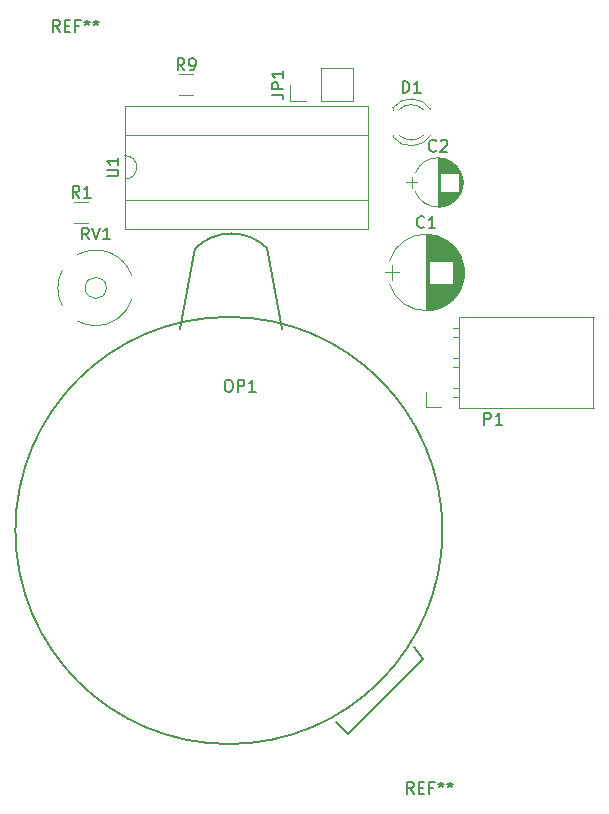
<source format=gbr>
G04 #@! TF.FileFunction,Legend,Top*
%FSLAX46Y46*%
G04 Gerber Fmt 4.6, Leading zero omitted, Abs format (unit mm)*
G04 Created by KiCad (PCBNEW 4.0.5) date 04/25/17 13:40:11*
%MOMM*%
%LPD*%
G01*
G04 APERTURE LIST*
%ADD10C,0.100000*%
%ADD11C,0.120000*%
%ADD12C,0.150000*%
G04 APERTURE END LIST*
D10*
D11*
X152928440Y-105700643D02*
G75*
G03X146751764Y-105700000I-3088440J-979357D01*
G01*
X152928440Y-107659357D02*
G75*
G02X146751764Y-107660000I-3088440J979357D01*
G01*
X152928440Y-107659357D02*
G75*
G03X152928236Y-105700000I-3088440J979357D01*
G01*
X149840000Y-103480000D02*
X149840000Y-109880000D01*
X149880000Y-103480000D02*
X149880000Y-109880000D01*
X149920000Y-103480000D02*
X149920000Y-109880000D01*
X149960000Y-103482000D02*
X149960000Y-109878000D01*
X150000000Y-103483000D02*
X150000000Y-109877000D01*
X150040000Y-103486000D02*
X150040000Y-109874000D01*
X150080000Y-103488000D02*
X150080000Y-109872000D01*
X150120000Y-103492000D02*
X150120000Y-105700000D01*
X150120000Y-107660000D02*
X150120000Y-109868000D01*
X150160000Y-103495000D02*
X150160000Y-105700000D01*
X150160000Y-107660000D02*
X150160000Y-109865000D01*
X150200000Y-103500000D02*
X150200000Y-105700000D01*
X150200000Y-107660000D02*
X150200000Y-109860000D01*
X150240000Y-103504000D02*
X150240000Y-105700000D01*
X150240000Y-107660000D02*
X150240000Y-109856000D01*
X150280000Y-103510000D02*
X150280000Y-105700000D01*
X150280000Y-107660000D02*
X150280000Y-109850000D01*
X150320000Y-103515000D02*
X150320000Y-105700000D01*
X150320000Y-107660000D02*
X150320000Y-109845000D01*
X150360000Y-103522000D02*
X150360000Y-105700000D01*
X150360000Y-107660000D02*
X150360000Y-109838000D01*
X150400000Y-103528000D02*
X150400000Y-105700000D01*
X150400000Y-107660000D02*
X150400000Y-109832000D01*
X150440000Y-103536000D02*
X150440000Y-105700000D01*
X150440000Y-107660000D02*
X150440000Y-109824000D01*
X150480000Y-103543000D02*
X150480000Y-105700000D01*
X150480000Y-107660000D02*
X150480000Y-109817000D01*
X150520000Y-103552000D02*
X150520000Y-105700000D01*
X150520000Y-107660000D02*
X150520000Y-109808000D01*
X150561000Y-103561000D02*
X150561000Y-105700000D01*
X150561000Y-107660000D02*
X150561000Y-109799000D01*
X150601000Y-103570000D02*
X150601000Y-105700000D01*
X150601000Y-107660000D02*
X150601000Y-109790000D01*
X150641000Y-103580000D02*
X150641000Y-105700000D01*
X150641000Y-107660000D02*
X150641000Y-109780000D01*
X150681000Y-103590000D02*
X150681000Y-105700000D01*
X150681000Y-107660000D02*
X150681000Y-109770000D01*
X150721000Y-103601000D02*
X150721000Y-105700000D01*
X150721000Y-107660000D02*
X150721000Y-109759000D01*
X150761000Y-103613000D02*
X150761000Y-105700000D01*
X150761000Y-107660000D02*
X150761000Y-109747000D01*
X150801000Y-103625000D02*
X150801000Y-105700000D01*
X150801000Y-107660000D02*
X150801000Y-109735000D01*
X150841000Y-103638000D02*
X150841000Y-105700000D01*
X150841000Y-107660000D02*
X150841000Y-109722000D01*
X150881000Y-103651000D02*
X150881000Y-105700000D01*
X150881000Y-107660000D02*
X150881000Y-109709000D01*
X150921000Y-103665000D02*
X150921000Y-105700000D01*
X150921000Y-107660000D02*
X150921000Y-109695000D01*
X150961000Y-103679000D02*
X150961000Y-105700000D01*
X150961000Y-107660000D02*
X150961000Y-109681000D01*
X151001000Y-103694000D02*
X151001000Y-105700000D01*
X151001000Y-107660000D02*
X151001000Y-109666000D01*
X151041000Y-103710000D02*
X151041000Y-105700000D01*
X151041000Y-107660000D02*
X151041000Y-109650000D01*
X151081000Y-103726000D02*
X151081000Y-105700000D01*
X151081000Y-107660000D02*
X151081000Y-109634000D01*
X151121000Y-103743000D02*
X151121000Y-105700000D01*
X151121000Y-107660000D02*
X151121000Y-109617000D01*
X151161000Y-103761000D02*
X151161000Y-105700000D01*
X151161000Y-107660000D02*
X151161000Y-109599000D01*
X151201000Y-103779000D02*
X151201000Y-105700000D01*
X151201000Y-107660000D02*
X151201000Y-109581000D01*
X151241000Y-103798000D02*
X151241000Y-105700000D01*
X151241000Y-107660000D02*
X151241000Y-109562000D01*
X151281000Y-103817000D02*
X151281000Y-105700000D01*
X151281000Y-107660000D02*
X151281000Y-109543000D01*
X151321000Y-103837000D02*
X151321000Y-105700000D01*
X151321000Y-107660000D02*
X151321000Y-109523000D01*
X151361000Y-103858000D02*
X151361000Y-105700000D01*
X151361000Y-107660000D02*
X151361000Y-109502000D01*
X151401000Y-103880000D02*
X151401000Y-105700000D01*
X151401000Y-107660000D02*
X151401000Y-109480000D01*
X151441000Y-103902000D02*
X151441000Y-105700000D01*
X151441000Y-107660000D02*
X151441000Y-109458000D01*
X151481000Y-103925000D02*
X151481000Y-105700000D01*
X151481000Y-107660000D02*
X151481000Y-109435000D01*
X151521000Y-103949000D02*
X151521000Y-105700000D01*
X151521000Y-107660000D02*
X151521000Y-109411000D01*
X151561000Y-103974000D02*
X151561000Y-105700000D01*
X151561000Y-107660000D02*
X151561000Y-109386000D01*
X151601000Y-103999000D02*
X151601000Y-105700000D01*
X151601000Y-107660000D02*
X151601000Y-109361000D01*
X151641000Y-104026000D02*
X151641000Y-105700000D01*
X151641000Y-107660000D02*
X151641000Y-109334000D01*
X151681000Y-104053000D02*
X151681000Y-105700000D01*
X151681000Y-107660000D02*
X151681000Y-109307000D01*
X151721000Y-104081000D02*
X151721000Y-105700000D01*
X151721000Y-107660000D02*
X151721000Y-109279000D01*
X151761000Y-104110000D02*
X151761000Y-105700000D01*
X151761000Y-107660000D02*
X151761000Y-109250000D01*
X151801000Y-104140000D02*
X151801000Y-105700000D01*
X151801000Y-107660000D02*
X151801000Y-109220000D01*
X151841000Y-104170000D02*
X151841000Y-105700000D01*
X151841000Y-107660000D02*
X151841000Y-109190000D01*
X151881000Y-104202000D02*
X151881000Y-105700000D01*
X151881000Y-107660000D02*
X151881000Y-109158000D01*
X151921000Y-104235000D02*
X151921000Y-105700000D01*
X151921000Y-107660000D02*
X151921000Y-109125000D01*
X151961000Y-104269000D02*
X151961000Y-105700000D01*
X151961000Y-107660000D02*
X151961000Y-109091000D01*
X152001000Y-104305000D02*
X152001000Y-105700000D01*
X152001000Y-107660000D02*
X152001000Y-109055000D01*
X152041000Y-104341000D02*
X152041000Y-105700000D01*
X152041000Y-107660000D02*
X152041000Y-109019000D01*
X152081000Y-104379000D02*
X152081000Y-108981000D01*
X152121000Y-104418000D02*
X152121000Y-108942000D01*
X152161000Y-104458000D02*
X152161000Y-108902000D01*
X152201000Y-104500000D02*
X152201000Y-108860000D01*
X152241000Y-104543000D02*
X152241000Y-108817000D01*
X152281000Y-104588000D02*
X152281000Y-108772000D01*
X152321000Y-104635000D02*
X152321000Y-108725000D01*
X152361000Y-104683000D02*
X152361000Y-108677000D01*
X152401000Y-104734000D02*
X152401000Y-108626000D01*
X152441000Y-104786000D02*
X152441000Y-108574000D01*
X152481000Y-104841000D02*
X152481000Y-108519000D01*
X152521000Y-104899000D02*
X152521000Y-108461000D01*
X152561000Y-104959000D02*
X152561000Y-108401000D01*
X152601000Y-105022000D02*
X152601000Y-108338000D01*
X152641000Y-105089000D02*
X152641000Y-108271000D01*
X152681000Y-105160000D02*
X152681000Y-108200000D01*
X152721000Y-105235000D02*
X152721000Y-108125000D01*
X152761000Y-105316000D02*
X152761000Y-108044000D01*
X152801000Y-105402000D02*
X152801000Y-107958000D01*
X152841000Y-105496000D02*
X152841000Y-107864000D01*
X152881000Y-105599000D02*
X152881000Y-107761000D01*
X152921000Y-105714000D02*
X152921000Y-107646000D01*
X152961000Y-105846000D02*
X152961000Y-107514000D01*
X153001000Y-106004000D02*
X153001000Y-107356000D01*
X153041000Y-106212000D02*
X153041000Y-107148000D01*
X146390000Y-106680000D02*
X147590000Y-106680000D01*
X146990000Y-106030000D02*
X146990000Y-107330000D01*
X152799361Y-98280911D02*
G75*
G03X148921005Y-98280000I-1939361J-779089D01*
G01*
X152799361Y-99839089D02*
G75*
G02X148921005Y-99840000I-1939361J779089D01*
G01*
X152799361Y-99839089D02*
G75*
G03X152798995Y-98280000I-1939361J779089D01*
G01*
X150860000Y-97010000D02*
X150860000Y-101110000D01*
X150900000Y-97010000D02*
X150900000Y-101110000D01*
X150940000Y-97011000D02*
X150940000Y-101109000D01*
X150980000Y-97013000D02*
X150980000Y-101107000D01*
X151020000Y-97016000D02*
X151020000Y-101104000D01*
X151060000Y-97019000D02*
X151060000Y-101101000D01*
X151100000Y-97023000D02*
X151100000Y-98280000D01*
X151100000Y-99840000D02*
X151100000Y-101097000D01*
X151140000Y-97028000D02*
X151140000Y-98280000D01*
X151140000Y-99840000D02*
X151140000Y-101092000D01*
X151180000Y-97034000D02*
X151180000Y-98280000D01*
X151180000Y-99840000D02*
X151180000Y-101086000D01*
X151220000Y-97041000D02*
X151220000Y-98280000D01*
X151220000Y-99840000D02*
X151220000Y-101079000D01*
X151260000Y-97048000D02*
X151260000Y-98280000D01*
X151260000Y-99840000D02*
X151260000Y-101072000D01*
X151300000Y-97056000D02*
X151300000Y-98280000D01*
X151300000Y-99840000D02*
X151300000Y-101064000D01*
X151340000Y-97065000D02*
X151340000Y-98280000D01*
X151340000Y-99840000D02*
X151340000Y-101055000D01*
X151380000Y-97075000D02*
X151380000Y-98280000D01*
X151380000Y-99840000D02*
X151380000Y-101045000D01*
X151420000Y-97086000D02*
X151420000Y-98280000D01*
X151420000Y-99840000D02*
X151420000Y-101034000D01*
X151460000Y-97097000D02*
X151460000Y-98280000D01*
X151460000Y-99840000D02*
X151460000Y-101023000D01*
X151500000Y-97110000D02*
X151500000Y-98280000D01*
X151500000Y-99840000D02*
X151500000Y-101010000D01*
X151540000Y-97123000D02*
X151540000Y-98280000D01*
X151540000Y-99840000D02*
X151540000Y-100997000D01*
X151581000Y-97137000D02*
X151581000Y-98280000D01*
X151581000Y-99840000D02*
X151581000Y-100983000D01*
X151621000Y-97153000D02*
X151621000Y-98280000D01*
X151621000Y-99840000D02*
X151621000Y-100967000D01*
X151661000Y-97169000D02*
X151661000Y-98280000D01*
X151661000Y-99840000D02*
X151661000Y-100951000D01*
X151701000Y-97186000D02*
X151701000Y-98280000D01*
X151701000Y-99840000D02*
X151701000Y-100934000D01*
X151741000Y-97204000D02*
X151741000Y-98280000D01*
X151741000Y-99840000D02*
X151741000Y-100916000D01*
X151781000Y-97223000D02*
X151781000Y-98280000D01*
X151781000Y-99840000D02*
X151781000Y-100897000D01*
X151821000Y-97243000D02*
X151821000Y-98280000D01*
X151821000Y-99840000D02*
X151821000Y-100877000D01*
X151861000Y-97264000D02*
X151861000Y-98280000D01*
X151861000Y-99840000D02*
X151861000Y-100856000D01*
X151901000Y-97287000D02*
X151901000Y-98280000D01*
X151901000Y-99840000D02*
X151901000Y-100833000D01*
X151941000Y-97310000D02*
X151941000Y-98280000D01*
X151941000Y-99840000D02*
X151941000Y-100810000D01*
X151981000Y-97335000D02*
X151981000Y-98280000D01*
X151981000Y-99840000D02*
X151981000Y-100785000D01*
X152021000Y-97361000D02*
X152021000Y-98280000D01*
X152021000Y-99840000D02*
X152021000Y-100759000D01*
X152061000Y-97388000D02*
X152061000Y-98280000D01*
X152061000Y-99840000D02*
X152061000Y-100732000D01*
X152101000Y-97417000D02*
X152101000Y-98280000D01*
X152101000Y-99840000D02*
X152101000Y-100703000D01*
X152141000Y-97447000D02*
X152141000Y-98280000D01*
X152141000Y-99840000D02*
X152141000Y-100673000D01*
X152181000Y-97479000D02*
X152181000Y-98280000D01*
X152181000Y-99840000D02*
X152181000Y-100641000D01*
X152221000Y-97513000D02*
X152221000Y-98280000D01*
X152221000Y-99840000D02*
X152221000Y-100607000D01*
X152261000Y-97548000D02*
X152261000Y-98280000D01*
X152261000Y-99840000D02*
X152261000Y-100572000D01*
X152301000Y-97585000D02*
X152301000Y-98280000D01*
X152301000Y-99840000D02*
X152301000Y-100535000D01*
X152341000Y-97624000D02*
X152341000Y-98280000D01*
X152341000Y-99840000D02*
X152341000Y-100496000D01*
X152381000Y-97665000D02*
X152381000Y-98280000D01*
X152381000Y-99840000D02*
X152381000Y-100455000D01*
X152421000Y-97709000D02*
X152421000Y-98280000D01*
X152421000Y-99840000D02*
X152421000Y-100411000D01*
X152461000Y-97755000D02*
X152461000Y-98280000D01*
X152461000Y-99840000D02*
X152461000Y-100365000D01*
X152501000Y-97804000D02*
X152501000Y-98280000D01*
X152501000Y-99840000D02*
X152501000Y-100316000D01*
X152541000Y-97856000D02*
X152541000Y-98280000D01*
X152541000Y-99840000D02*
X152541000Y-100264000D01*
X152581000Y-97912000D02*
X152581000Y-98280000D01*
X152581000Y-99840000D02*
X152581000Y-100208000D01*
X152621000Y-97972000D02*
X152621000Y-98280000D01*
X152621000Y-99840000D02*
X152621000Y-100148000D01*
X152661000Y-98037000D02*
X152661000Y-100083000D01*
X152701000Y-98108000D02*
X152701000Y-100012000D01*
X152741000Y-98186000D02*
X152741000Y-99934000D01*
X152781000Y-98274000D02*
X152781000Y-99846000D01*
X152821000Y-98374000D02*
X152821000Y-99746000D01*
X152861000Y-98493000D02*
X152861000Y-99627000D01*
X152901000Y-98645000D02*
X152901000Y-99475000D01*
X152941000Y-98895000D02*
X152941000Y-99225000D01*
X148160000Y-99060000D02*
X149060000Y-99060000D01*
X148610000Y-98610000D02*
X148610000Y-99510000D01*
X150262335Y-92901392D02*
G75*
G03X147030000Y-92744484I-1672335J-1078608D01*
G01*
X150262335Y-95058608D02*
G75*
G02X147030000Y-95215516I-1672335J1078608D01*
G01*
X149631130Y-92900163D02*
G75*
G03X147549039Y-92900000I-1041130J-1079837D01*
G01*
X149631130Y-95059837D02*
G75*
G02X147549039Y-95060000I-1041130J1079837D01*
G01*
X147030000Y-92744000D02*
X147030000Y-92900000D01*
X147030000Y-95060000D02*
X147030000Y-95216000D01*
X140970000Y-92195000D02*
X143630000Y-92195000D01*
X143630000Y-92195000D02*
X143630000Y-89415000D01*
X143630000Y-89415000D02*
X140970000Y-89415000D01*
X140970000Y-89415000D02*
X140970000Y-92195000D01*
X139700000Y-92195000D02*
X138310000Y-92195000D01*
X138310000Y-92195000D02*
X138310000Y-90805000D01*
D12*
X143256000Y-145796000D02*
X149606000Y-139446000D01*
X149606000Y-139446000D02*
X148844000Y-138430000D01*
X142240000Y-144780000D02*
X143256000Y-145796000D01*
X136398000Y-104648000D02*
X137668000Y-111506000D01*
X130302000Y-104648000D02*
X129032000Y-111506000D01*
X136398000Y-104648000D02*
G75*
G03X130302000Y-104648000I-3048000J-3048000D01*
G01*
X151228663Y-128532000D02*
G75*
G03X151228663Y-128532000I-18078663J0D01*
G01*
D11*
X152160000Y-111380000D02*
X152590000Y-111380000D01*
X152160000Y-112140000D02*
X152590000Y-112140000D01*
X152590000Y-118170000D02*
X152590000Y-115570000D01*
X164014000Y-115570000D02*
X164014000Y-118170000D01*
X164030000Y-118170000D02*
X152590000Y-118170000D01*
X152160000Y-117220000D02*
X152590000Y-117220000D01*
X152160000Y-116460000D02*
X152590000Y-116460000D01*
X152590000Y-115570000D02*
X152590000Y-110430000D01*
X152590000Y-110430000D02*
X164030000Y-110430000D01*
X164014000Y-110430000D02*
X164014000Y-115570000D01*
X152160000Y-114680000D02*
X152590000Y-114680000D01*
X152160000Y-113920000D02*
X152590000Y-113920000D01*
X151130000Y-118110000D02*
X149860000Y-118110000D01*
X149860000Y-118110000D02*
X149860000Y-116840000D01*
X121250000Y-102480000D02*
X120050000Y-102480000D01*
X120050000Y-100720000D02*
X121250000Y-100720000D01*
X130140000Y-91685000D02*
X128940000Y-91685000D01*
X128940000Y-89925000D02*
X130140000Y-89925000D01*
X124932891Y-108981945D02*
G75*
G02X121880000Y-111200000I-3052891J991945D01*
G01*
X120324667Y-105182184D02*
G75*
G02X124933000Y-106999000I1555333J-2807816D01*
G01*
X119045329Y-109497618D02*
G75*
G02X119045000Y-106483000I2834671J1507618D01*
G01*
X121936464Y-111199799D02*
G75*
G02X120324000Y-110798000I-56464J3209799D01*
G01*
X122780000Y-107990000D02*
G75*
G03X122780000Y-107990000I-900000J0D01*
G01*
X124340000Y-96790000D02*
G75*
G02X124340000Y-98790000I0J-1000000D01*
G01*
X124340000Y-98790000D02*
X124340000Y-100560000D01*
X124340000Y-100560000D02*
X144900000Y-100560000D01*
X144900000Y-100560000D02*
X144900000Y-95020000D01*
X144900000Y-95020000D02*
X124340000Y-95020000D01*
X124340000Y-95020000D02*
X124340000Y-96790000D01*
X124340000Y-102990000D02*
X144900000Y-102990000D01*
X144900000Y-102990000D02*
X144900000Y-92590000D01*
X144900000Y-92590000D02*
X124340000Y-92590000D01*
X124340000Y-92590000D02*
X124340000Y-102990000D01*
D12*
X149673334Y-102827143D02*
X149625715Y-102874762D01*
X149482858Y-102922381D01*
X149387620Y-102922381D01*
X149244762Y-102874762D01*
X149149524Y-102779524D01*
X149101905Y-102684286D01*
X149054286Y-102493810D01*
X149054286Y-102350952D01*
X149101905Y-102160476D01*
X149149524Y-102065238D01*
X149244762Y-101970000D01*
X149387620Y-101922381D01*
X149482858Y-101922381D01*
X149625715Y-101970000D01*
X149673334Y-102017619D01*
X150625715Y-102922381D02*
X150054286Y-102922381D01*
X150340000Y-102922381D02*
X150340000Y-101922381D01*
X150244762Y-102065238D01*
X150149524Y-102160476D01*
X150054286Y-102208095D01*
X150693334Y-96357143D02*
X150645715Y-96404762D01*
X150502858Y-96452381D01*
X150407620Y-96452381D01*
X150264762Y-96404762D01*
X150169524Y-96309524D01*
X150121905Y-96214286D01*
X150074286Y-96023810D01*
X150074286Y-95880952D01*
X150121905Y-95690476D01*
X150169524Y-95595238D01*
X150264762Y-95500000D01*
X150407620Y-95452381D01*
X150502858Y-95452381D01*
X150645715Y-95500000D01*
X150693334Y-95547619D01*
X151074286Y-95547619D02*
X151121905Y-95500000D01*
X151217143Y-95452381D01*
X151455239Y-95452381D01*
X151550477Y-95500000D01*
X151598096Y-95547619D01*
X151645715Y-95642857D01*
X151645715Y-95738095D01*
X151598096Y-95880952D01*
X151026667Y-96452381D01*
X151645715Y-96452381D01*
X147851905Y-91472381D02*
X147851905Y-90472381D01*
X148090000Y-90472381D01*
X148232858Y-90520000D01*
X148328096Y-90615238D01*
X148375715Y-90710476D01*
X148423334Y-90900952D01*
X148423334Y-91043810D01*
X148375715Y-91234286D01*
X148328096Y-91329524D01*
X148232858Y-91424762D01*
X148090000Y-91472381D01*
X147851905Y-91472381D01*
X149375715Y-91472381D02*
X148804286Y-91472381D01*
X149090000Y-91472381D02*
X149090000Y-90472381D01*
X148994762Y-90615238D01*
X148899524Y-90710476D01*
X148804286Y-90758095D01*
X136762381Y-91638333D02*
X137476667Y-91638333D01*
X137619524Y-91685953D01*
X137714762Y-91781191D01*
X137762381Y-91924048D01*
X137762381Y-92019286D01*
X137762381Y-91162143D02*
X136762381Y-91162143D01*
X136762381Y-90781190D01*
X136810000Y-90685952D01*
X136857619Y-90638333D01*
X136952857Y-90590714D01*
X137095714Y-90590714D01*
X137190952Y-90638333D01*
X137238571Y-90685952D01*
X137286190Y-90781190D01*
X137286190Y-91162143D01*
X137762381Y-89638333D02*
X137762381Y-90209762D01*
X137762381Y-89924048D02*
X136762381Y-89924048D01*
X136905238Y-90019286D01*
X137000476Y-90114524D01*
X137048095Y-90209762D01*
X133040571Y-115784381D02*
X133231048Y-115784381D01*
X133326286Y-115832000D01*
X133421524Y-115927238D01*
X133469143Y-116117714D01*
X133469143Y-116451048D01*
X133421524Y-116641524D01*
X133326286Y-116736762D01*
X133231048Y-116784381D01*
X133040571Y-116784381D01*
X132945333Y-116736762D01*
X132850095Y-116641524D01*
X132802476Y-116451048D01*
X132802476Y-116117714D01*
X132850095Y-115927238D01*
X132945333Y-115832000D01*
X133040571Y-115784381D01*
X133897714Y-116784381D02*
X133897714Y-115784381D01*
X134278667Y-115784381D01*
X134373905Y-115832000D01*
X134421524Y-115879619D01*
X134469143Y-115974857D01*
X134469143Y-116117714D01*
X134421524Y-116212952D01*
X134373905Y-116260571D01*
X134278667Y-116308190D01*
X133897714Y-116308190D01*
X135421524Y-116784381D02*
X134850095Y-116784381D01*
X135135809Y-116784381D02*
X135135809Y-115784381D01*
X135040571Y-115927238D01*
X134945333Y-116022476D01*
X134850095Y-116070095D01*
X154771905Y-119562381D02*
X154771905Y-118562381D01*
X155152858Y-118562381D01*
X155248096Y-118610000D01*
X155295715Y-118657619D01*
X155343334Y-118752857D01*
X155343334Y-118895714D01*
X155295715Y-118990952D01*
X155248096Y-119038571D01*
X155152858Y-119086190D01*
X154771905Y-119086190D01*
X156295715Y-119562381D02*
X155724286Y-119562381D01*
X156010000Y-119562381D02*
X156010000Y-118562381D01*
X155914762Y-118705238D01*
X155819524Y-118800476D01*
X155724286Y-118848095D01*
X120483334Y-100352381D02*
X120150000Y-99876190D01*
X119911905Y-100352381D02*
X119911905Y-99352381D01*
X120292858Y-99352381D01*
X120388096Y-99400000D01*
X120435715Y-99447619D01*
X120483334Y-99542857D01*
X120483334Y-99685714D01*
X120435715Y-99780952D01*
X120388096Y-99828571D01*
X120292858Y-99876190D01*
X119911905Y-99876190D01*
X121435715Y-100352381D02*
X120864286Y-100352381D01*
X121150000Y-100352381D02*
X121150000Y-99352381D01*
X121054762Y-99495238D01*
X120959524Y-99590476D01*
X120864286Y-99638095D01*
X129373334Y-89557381D02*
X129040000Y-89081190D01*
X128801905Y-89557381D02*
X128801905Y-88557381D01*
X129182858Y-88557381D01*
X129278096Y-88605000D01*
X129325715Y-88652619D01*
X129373334Y-88747857D01*
X129373334Y-88890714D01*
X129325715Y-88985952D01*
X129278096Y-89033571D01*
X129182858Y-89081190D01*
X128801905Y-89081190D01*
X129849524Y-89557381D02*
X130040000Y-89557381D01*
X130135239Y-89509762D01*
X130182858Y-89462143D01*
X130278096Y-89319286D01*
X130325715Y-89128810D01*
X130325715Y-88747857D01*
X130278096Y-88652619D01*
X130230477Y-88605000D01*
X130135239Y-88557381D01*
X129944762Y-88557381D01*
X129849524Y-88605000D01*
X129801905Y-88652619D01*
X129754286Y-88747857D01*
X129754286Y-88985952D01*
X129801905Y-89081190D01*
X129849524Y-89128810D01*
X129944762Y-89176429D01*
X130135239Y-89176429D01*
X130230477Y-89128810D01*
X130278096Y-89081190D01*
X130325715Y-88985952D01*
X121284762Y-103882381D02*
X120951428Y-103406190D01*
X120713333Y-103882381D02*
X120713333Y-102882381D01*
X121094286Y-102882381D01*
X121189524Y-102930000D01*
X121237143Y-102977619D01*
X121284762Y-103072857D01*
X121284762Y-103215714D01*
X121237143Y-103310952D01*
X121189524Y-103358571D01*
X121094286Y-103406190D01*
X120713333Y-103406190D01*
X121570476Y-102882381D02*
X121903809Y-103882381D01*
X122237143Y-102882381D01*
X123094286Y-103882381D02*
X122522857Y-103882381D01*
X122808571Y-103882381D02*
X122808571Y-102882381D01*
X122713333Y-103025238D01*
X122618095Y-103120476D01*
X122522857Y-103168095D01*
X122792381Y-98551905D02*
X123601905Y-98551905D01*
X123697143Y-98504286D01*
X123744762Y-98456667D01*
X123792381Y-98361429D01*
X123792381Y-98170952D01*
X123744762Y-98075714D01*
X123697143Y-98028095D01*
X123601905Y-97980476D01*
X122792381Y-97980476D01*
X123792381Y-96980476D02*
X123792381Y-97551905D01*
X123792381Y-97266191D02*
X122792381Y-97266191D01*
X122935238Y-97361429D01*
X123030476Y-97456667D01*
X123078095Y-97551905D01*
X118808667Y-86304381D02*
X118475333Y-85828190D01*
X118237238Y-86304381D02*
X118237238Y-85304381D01*
X118618191Y-85304381D01*
X118713429Y-85352000D01*
X118761048Y-85399619D01*
X118808667Y-85494857D01*
X118808667Y-85637714D01*
X118761048Y-85732952D01*
X118713429Y-85780571D01*
X118618191Y-85828190D01*
X118237238Y-85828190D01*
X119237238Y-85780571D02*
X119570572Y-85780571D01*
X119713429Y-86304381D02*
X119237238Y-86304381D01*
X119237238Y-85304381D01*
X119713429Y-85304381D01*
X120475334Y-85780571D02*
X120142000Y-85780571D01*
X120142000Y-86304381D02*
X120142000Y-85304381D01*
X120618191Y-85304381D01*
X121142000Y-85304381D02*
X121142000Y-85542476D01*
X120903905Y-85447238D02*
X121142000Y-85542476D01*
X121380096Y-85447238D01*
X120999143Y-85732952D02*
X121142000Y-85542476D01*
X121284858Y-85732952D01*
X121903905Y-85304381D02*
X121903905Y-85542476D01*
X121665810Y-85447238D02*
X121903905Y-85542476D01*
X122142001Y-85447238D01*
X121761048Y-85732952D02*
X121903905Y-85542476D01*
X122046763Y-85732952D01*
X148780667Y-150820381D02*
X148447333Y-150344190D01*
X148209238Y-150820381D02*
X148209238Y-149820381D01*
X148590191Y-149820381D01*
X148685429Y-149868000D01*
X148733048Y-149915619D01*
X148780667Y-150010857D01*
X148780667Y-150153714D01*
X148733048Y-150248952D01*
X148685429Y-150296571D01*
X148590191Y-150344190D01*
X148209238Y-150344190D01*
X149209238Y-150296571D02*
X149542572Y-150296571D01*
X149685429Y-150820381D02*
X149209238Y-150820381D01*
X149209238Y-149820381D01*
X149685429Y-149820381D01*
X150447334Y-150296571D02*
X150114000Y-150296571D01*
X150114000Y-150820381D02*
X150114000Y-149820381D01*
X150590191Y-149820381D01*
X151114000Y-149820381D02*
X151114000Y-150058476D01*
X150875905Y-149963238D02*
X151114000Y-150058476D01*
X151352096Y-149963238D01*
X150971143Y-150248952D02*
X151114000Y-150058476D01*
X151256858Y-150248952D01*
X151875905Y-149820381D02*
X151875905Y-150058476D01*
X151637810Y-149963238D02*
X151875905Y-150058476D01*
X152114001Y-149963238D01*
X151733048Y-150248952D02*
X151875905Y-150058476D01*
X152018763Y-150248952D01*
M02*

</source>
